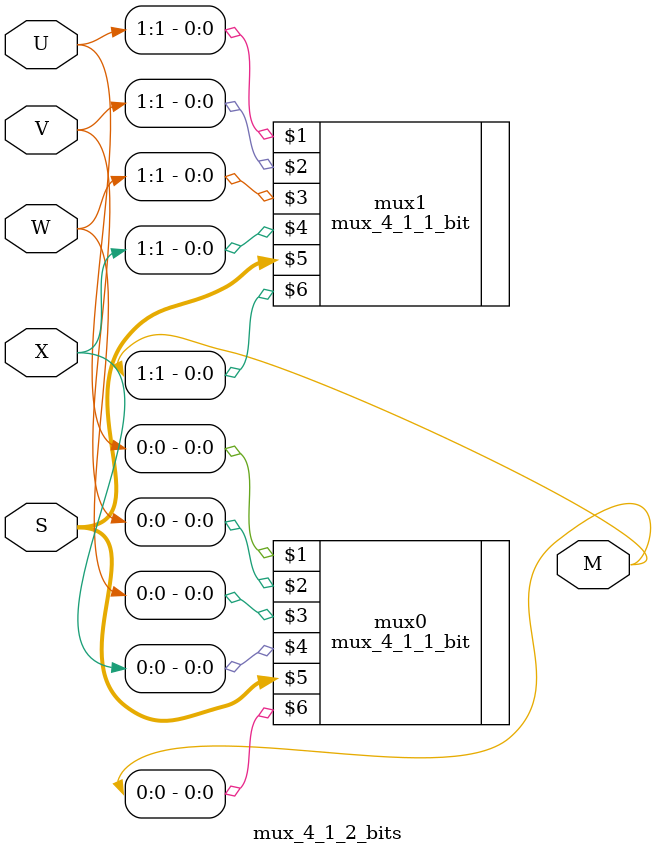
<source format=v>
module mux_4_1_2_bits(input [1:0] U, V, W, X,
							input [1:0] S,
							output [1:0] M);
								
		mux_4_1_1_bit mux0(U[0], V[0], W[0], X[0], S[1:0], M[0]);
		mux_4_1_1_bit mux1(U[1], V[1], W[1], X[1], S[1:0], M[1]);
		
endmodule

</source>
